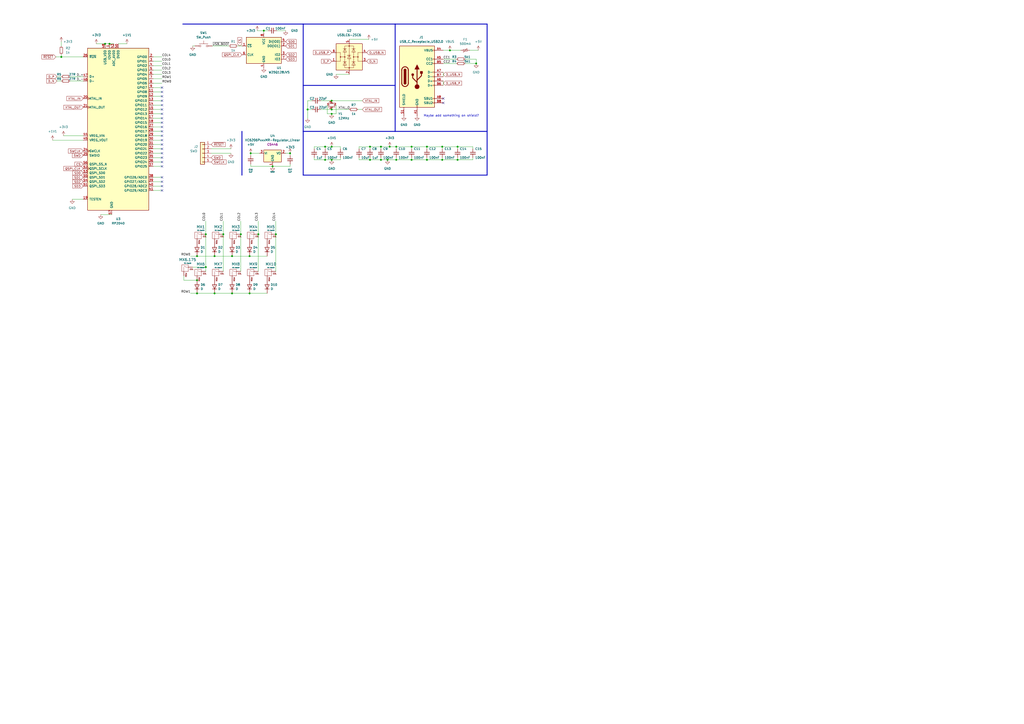
<source format=kicad_sch>
(kicad_sch (version 20230121) (generator eeschema)
  (paper "A2")
  (title_block (title "RP2040 - Design Guide") (date "2021-12-07") (rev "0.1") (company "Sleepdealer"))
  (lib_symbols
    (symbol "Connector:USB_C_Receptacle_USB2.0" (pin_names (offset 1.016))
      (property "Reference" "J" (at -10.16 19.05 0))
      (property "Value" "USB_C_Receptacle_USB2.0" (at 19.05 19.05 0))
      (symbol "USB_C_Receptacle_USB2.0_1_1"
        (pin passive line (at 0 -22.86 90) (length 5.08) (name "GND") (number "A1"))
        (pin passive line (at 0 -22.86 90) (length 5.08) hide (name "GND") (number "A12"))
        (pin passive line (at 15.24 15.24 180) (length 5.08) (name "VBUS") (number "A4"))
        (pin bidirectional line (at 15.24 10.16 180) (length 5.08) (name "CC1") (number "A5"))
        (pin bidirectional line (at 15.24 -2.54 180) (length 5.08) (name "D+") (number "A6"))
        (pin bidirectional line (at 15.24 2.54 180) (length 5.08) (name "D-") (number "A7"))
        (pin bidirectional line (at 15.24 -12.7 180) (length 5.08) (name "SBU1") (number "A8"))
        (pin passive line (at 15.24 15.24 180) (length 5.08) hide (name "VBUS") (number "A9"))
        (pin passive line (at 0 -22.86 90) (length 5.08) hide (name "GND") (number "B1"))
        (pin passive line (at 0 -22.86 90) (length 5.08) hide (name "GND") (number "B12"))
        (pin passive line (at 15.24 15.24 180) (length 5.08) hide (name "VBUS") (number "B4"))
        (pin bidirectional line (at 15.24 7.62 180) (length 5.08) (name "CC2") (number "B5"))
        (pin bidirectional line (at 15.24 -5.08 180) (length 5.08) (name "D+") (number "B6"))
        (pin bidirectional line (at 15.24 0 180) (length 5.08) (name "D-") (number "B7"))
        (pin bidirectional line (at 15.24 -15.24 180) (length 5.08) (name "SBU2") (number "B8"))
        (pin passive line (at 15.24 15.24 180) (length 5.08) hide (name "VBUS") (number "B9"))
        (pin passive line (at -7.62 -22.86 90) (length 5.08) (name "SHIELD") (number "S1"))
      )
    )
    (symbol "Connector_Generic:Conn_01x05" (pin_names (offset 1.016) hide)
      (property "Reference" "J" (at 0 7.62 0))
      (property "Value" "Conn_01x05" (at 0 -7.62 0))
      (symbol "Conn_01x05_1_1"
        (pin passive line (at -5.08 5.08 0) (length 3.81) (name "Pin_1") (number "1"))
        (pin passive line (at -5.08 2.54 0) (length 3.81) (name "Pin_2") (number "2"))
        (pin passive line (at -5.08 0 0) (length 3.81) (name "Pin_3") (number "3"))
        (pin passive line (at -5.08 -2.54 0) (length 3.81) (name "Pin_4") (number "4"))
        (pin passive line (at -5.08 -5.08 0) (length 3.81) (name "Pin_5") (number "5"))
      )
    )
    (symbol "Device:C_Small" (pin_numbers hide) (pin_names (offset 0.254) hide)
      (property "Reference" "C" (at 0.254 1.778 0))
      (property "Value" "C_Small" (at 0.254 -2.032 0))
      (symbol "C_Small_1_1"
        (pin passive line (at 0 2.54 270) (length 2.032) (name "~") (number "1"))
        (pin passive line (at 0 -2.54 90) (length 2.032) (name "~") (number "2"))
      )
    )
    (symbol "Device:Crystal_GND24_Small" (pin_names (offset 1.016) hide)
      (property "Reference" "Y" (at 1.27 4.445 0))
      (property "Value" "Crystal_GND24_Small" (at 1.27 2.54 0))
      (symbol "Crystal_GND24_Small_1_1"
        (pin passive line (at -2.54 0 0) (length 1.27) (name "1") (number "1"))
        (pin passive line (at 0 -2.54 90) (length 0.635) (name "2") (number "2"))
        (pin passive line (at 2.54 0 180) (length 1.27) (name "3") (number "3"))
        (pin passive line (at 0 2.54 270) (length 0.635) (name "4") (number "4"))
      )
    )
    (symbol "Device:D" (pin_numbers hide) (pin_names (offset 1.016) hide)
      (property "Reference" "D" (at 0 2.54 0))
      (property "Value" "D" (at 0 -2.54 0))
      (symbol "D_1_1"
        (pin passive line (at -3.81 0 0) (length 2.54) (name "K") (number "1"))
        (pin passive line (at 3.81 0 180) (length 2.54) (name "A") (number "2"))
      )
    )
    (symbol "Device:Polyfuse_Small" (pin_numbers hide) (pin_names (offset 0))
      (property "Reference" "F" (at -1.905 0 90))
      (property "Value" "Polyfuse_Small" (at 1.905 0 90))
      (symbol "Polyfuse_Small_1_1"
        (pin passive line (at 0 2.54 270) (length 0.635) (name "~") (number "1"))
        (pin passive line (at 0 -2.54 90) (length 0.635) (name "~") (number "2"))
      )
    )
    (symbol "Device:R_Small" (pin_numbers hide) (pin_names (offset 0.254) hide)
      (property "Reference" "R" (at 0.762 0.508 0))
      (property "Value" "R_Small" (at 0.762 -1.016 0))
      (symbol "R_Small_1_1"
        (pin passive line (at 0 2.54 270) (length 0.762) (name "~") (number "1"))
        (pin passive line (at 0 -2.54 90) (length 0.762) (name "~") (number "2"))
      )
    )
    (symbol "MX_Alps_Hybrid:MX-NoLED" (pin_names (offset 1.016))
      (property "Reference" "MX" (at -0.635 3.81 0))
      (property "Value" "MX-NoLED" (at -0.635 1.27 0))
      (symbol "MX-NoLED_0_0"
        (text "COL" (at 3.175 0 0) (effects (font (size 0.762 0.762))))
        (text "ROW" (at 0 -1.905 900) (effects (font (size 0.762 0.762)) (justify right)))
      )
      (symbol "MX-NoLED_1_1"
        (pin passive line (at 3.81 1.27 180) (length 2.54) (name "COL") (number "1"))
        (pin passive line (at -1.27 -3.81 90) (length 2.54) (name "ROW") (number "2"))
      )
    )
    (symbol "Memory_Flash:W25Q128JVS"
      (property "Reference" "U" (at -8.89 8.89 0))
      (property "Value" "W25Q128JVS" (at 7.62 8.89 0))
      (symbol "W25Q128JVS_1_1"
        (pin input line (at -12.7 2.54 0) (length 2.54) (name "~{CS}") (number "1"))
        (pin bidirectional line (at 12.7 2.54 180) (length 2.54) (name "DO(IO1)") (number "2"))
        (pin bidirectional line (at 12.7 -2.54 180) (length 2.54) (name "IO2") (number "3"))
        (pin power_in line (at 0 -10.16 90) (length 2.54) (name "GND") (number "4"))
        (pin bidirectional line (at 12.7 5.08 180) (length 2.54) (name "DI(IO0)") (number "5"))
        (pin input line (at -12.7 -2.54 0) (length 2.54) (name "CLK") (number "6"))
        (pin bidirectional line (at 12.7 -5.08 180) (length 2.54) (name "IO3") (number "7"))
        (pin power_in line (at 0 10.16 270) (length 2.54) (name "VCC") (number "8"))
      )
    )
    (symbol "Power_Protection:USBLC6-2SC6" (pin_names hide)
      (property "Reference" "U" (at 2.54 8.89 0))
      (property "Value" "USBLC6-2SC6" (at 2.54 -8.89 0))
      (symbol "USBLC6-2SC6_1_1"
        (pin passive line (at -10.16 -2.54 0) (length 2.54) (name "I/O1") (number "1"))
        (pin passive line (at 0 -10.16 90) (length 2.54) (name "GND") (number "2"))
        (pin passive line (at 10.16 -2.54 180) (length 2.54) (name "I/O2") (number "3"))
        (pin passive line (at 10.16 2.54 180) (length 2.54) (name "I/O2") (number "4"))
        (pin passive line (at 0 10.16 270) (length 2.54) (name "VBUS") (number "5"))
        (pin passive line (at -10.16 2.54 0) (length 2.54) (name "I/O1") (number "6"))
      )
    )
    (symbol "Sleep-lib:RP2040" (pin_names (offset 1.016))
      (property "Reference" "U" (at 8.89 51.435 0))
      (property "Value" "RP2040" (at 8.89 48.895 0))
      (symbol "RP2040_1_1"
        (pin power_in line (at -5.08 50.8 270) (length 2.54) (name "IOVDD") (number "1"))
        (pin power_in line (at -5.08 50.8 270) (length 2.54) hide (name "IOVDD") (number "10"))
        (pin input line (at 20.32 22.86 180) (length 2.54) (name "GPIO8") (number "11"))
        (pin input line (at 20.32 20.32 180) (length 2.54) (name "GPIO9") (number "12"))
        (pin input line (at 20.32 17.78 180) (length 2.54) (name "GPIO10") (number "13"))
        (pin input line (at 20.32 15.24 180) (length 2.54) (name "GPIO11") (number "14"))
        (pin input line (at 20.32 12.7 180) (length 2.54) (name "GPIO12") (number "15"))
        (pin input line (at 20.32 10.16 180) (length 2.54) (name "GPIO13") (number "16"))
        (pin input line (at 20.32 7.62 180) (length 2.54) (name "GPIO14") (number "17"))
        (pin input line (at 20.32 5.08 180) (length 2.54) (name "GPIO15") (number "18"))
        (pin input line (at -20.32 -39.37 0) (length 2.54) (name "TESTEN") (number "19"))
        (pin input line (at 20.32 43.18 180) (length 2.54) (name "GPIO0") (number "2"))
        (pin input clock (at -20.32 19.05 0) (length 2.54) (name "XTAL_IN") (number "20"))
        (pin input clock (at -20.32 13.97 0) (length 2.54) (name "XTAL_OUT") (number "21"))
        (pin power_in line (at -5.08 50.8 270) (length 2.54) hide (name "IOVDD") (number "22"))
        (pin power_in line (at 0 50.8 270) (length 2.54) hide (name "DVDD") (number "23"))
        (pin input clock (at -20.32 -11.43 0) (length 2.54) (name "SWCLK") (number "24"))
        (pin bidirectional line (at -20.32 -13.97 0) (length 2.54) (name "SWDIO") (number "25"))
        (pin input line (at -20.32 43.18 0) (length 2.54) (name "~{RUN}") (number "26"))
        (pin input line (at 20.32 2.54 180) (length 2.54) (name "GPIO16") (number "27"))
        (pin input line (at 20.32 0 180) (length 2.54) (name "GPIO17") (number "28"))
        (pin input line (at 20.32 -2.54 180) (length 2.54) (name "GPIO18") (number "29"))
        (pin input line (at 20.32 40.64 180) (length 2.54) (name "GPIO1") (number "3"))
        (pin input line (at 20.32 -5.08 180) (length 2.54) (name "GPIO19") (number "30"))
        (pin input line (at 20.32 -7.62 180) (length 2.54) (name "GPIO20") (number "31"))
        (pin input line (at 20.32 -10.16 180) (length 2.54) (name "GPIO21") (number "32"))
        (pin power_in line (at -5.08 50.8 270) (length 2.54) hide (name "IOVDD") (number "33"))
        (pin input line (at 20.32 -12.7 180) (length 2.54) (name "GPIO22") (number "34"))
        (pin input line (at 20.32 -15.24 180) (length 2.54) (name "GPIO23") (number "35"))
        (pin input line (at 20.32 -17.78 180) (length 2.54) (name "GPIO24") (number "36"))
        (pin input line (at 20.32 -20.32 180) (length 2.54) (name "GPIO25") (number "37"))
        (pin input line (at 20.32 -26.67 180) (length 2.54) (name "GPIO26/ADC0") (number "38"))
        (pin input line (at 20.32 -29.21 180) (length 2.54) (name "GPIO27/ADC1") (number "39"))
        (pin input line (at 20.32 38.1 180) (length 2.54) (name "GPIO2") (number "4"))
        (pin input line (at 20.32 -31.75 180) (length 2.54) (name "GPIO28/ADC2") (number "40"))
        (pin input line (at 20.32 -34.29 180) (length 2.54) (name "GPIO29/ADC3") (number "41"))
        (pin power_in line (at -5.08 50.8 270) (length 2.54) hide (name "IOVDD") (number "42"))
        (pin power_in line (at -2.54 50.8 270) (length 2.54) (name "ADC_AVDD") (number "43"))
        (pin power_in line (at -20.32 -2.54 0) (length 2.54) (name "VREG_VIN") (number "44"))
        (pin power_out line (at -20.32 -5.08 0) (length 2.54) (name "VREG_VOUT") (number "45"))
        (pin bidirectional line (at -20.32 29.21 0) (length 2.54) (name "D-") (number "46"))
        (pin bidirectional line (at -20.32 31.75 0) (length 2.54) (name "D+") (number "47"))
        (pin power_in line (at -7.62 50.8 270) (length 2.54) (name "USB_VDD") (number "48"))
        (pin power_in line (at -5.08 50.8 270) (length 2.54) hide (name "IOVDD") (number "49"))
        (pin input line (at 20.32 35.56 180) (length 2.54) (name "GPIO3") (number "5"))
        (pin power_in line (at 0 50.8 270) (length 2.54) (name "DVDD") (number "50"))
        (pin bidirectional line (at -20.32 -31.75 0) (length 2.54) (name "QSPI_SD3") (number "51"))
        (pin input clock (at -20.32 -21.59 0) (length 2.54) (name "QSPI_SCLK") (number "52"))
        (pin bidirectional line (at -20.32 -24.13 0) (length 2.54) (name "QSPI_SD0") (number "53"))
        (pin bidirectional line (at -20.32 -29.21 0) (length 2.54) (name "QSPI_SD2") (number "54"))
        (pin bidirectional line (at -20.32 -26.67 0) (length 2.54) (name "QSPI_SD1") (number "55"))
        (pin bidirectional line (at -20.32 -19.05 0) (length 2.54) (name "QSPI_SS_N") (number "56"))
        (pin power_in line (at -3.81 -48.26 90) (length 2.54) (name "GND") (number "57"))
        (pin input line (at 20.32 33.02 180) (length 2.54) (name "GPIO4") (number "6"))
        (pin input line (at 20.32 30.48 180) (length 2.54) (name "GPIO5") (number "7"))
        (pin input line (at 20.32 27.94 180) (length 2.54) (name "GPIO6") (number "8"))
        (pin input line (at 20.32 25.4 180) (length 2.54) (name "GPIO7") (number "9"))
      )
    )
    (symbol "Switch:SW_Push" (pin_numbers hide) (pin_names (offset 1.016) hide)
      (property "Reference" "SW" (at 1.27 2.54 0))
      (property "Value" "SW_Push" (at 0 -1.524 0))
      (symbol "SW_Push_0_1"
        (pin passive line (at -5.08 0 0) (length 2.54) (name "1") (number "1"))
        (pin passive line (at 5.08 0 180) (length 2.54) (name "2") (number "2"))
      )
    )
    (symbol "kicad-keyboard-parts:XC6206PxxxMR-Regulator_Linear" (pin_names (offset 0.254))
      (property "Reference" "U" (at -3.81 3.175 0))
      (property "Value" "XC6206PxxxMR-Regulator_Linear" (at 0 3.175 0))
      (property "LCSC" "C5446" (at 0 0 0))
      (symbol "XC6206PxxxMR-Regulator_Linear_1_1"
        (pin power_in line (at 0 -7.62 90) (length 2.54) (name "GND") (number "1"))
        (pin power_out line (at 7.62 0 180) (length 2.54) (name "VO") (number "2"))
        (pin power_in line (at -7.62 0 0) (length 2.54) (name "VI") (number "3"))
      )
    )
    (symbol "power:+1V1" (power) (pin_names (offset 0))
      (property "Value" "+1V1" (at 0 3.556 0))
      (symbol "+1V1_1_1"
        (pin power_in line (at 0 0 90) (length 0) hide (name "+1V1") (number "1"))
      )
    )
    (symbol "power:+3.3V" (power) (pin_names (offset 0))
      (property "Value" "+3.3V" (at 0 3.556 0))
      (symbol "+3.3V_1_1"
        (pin power_in line (at 0 0 90) (length 0) hide (name "+3V3") (number "1"))
      )
    )
    (symbol "power:+3V3" (power) (pin_names (offset 0))
      (property "Value" "+3V3" (at 0 3.556 0))
      (symbol "+3V3_1_1"
        (pin power_in line (at 0 0 90) (length 0) hide (name "+3V3") (number "1"))
      )
    )
    (symbol "power:+5V" (power) (pin_names (offset 0))
      (property "Value" "+5V" (at 0 3.556 0))
      (symbol "+5V_1_1"
        (pin power_in line (at 0 0 90) (length 0) hide (name "+5V") (number "1"))
      )
    )
    (symbol "power:GND" (power) (pin_names (offset 0))
      (property "Value" "GND" (at 0 -3.81 0))
      (symbol "GND_1_1"
        (pin power_in line (at 0 0 270) (length 0) hide (name "GND") (number "1"))
      )
    )
    (symbol "power:VBUS" (power) (pin_names (offset 0))
      (property "Value" "VBUS" (at 0 3.81 0))
      (symbol "VBUS_1_1"
        (pin power_in line (at 0 0 90) (length 0) hide (name "VBUS") (number "1"))
      )
    )
  )
  (junction (at 160.02 135.89))
  (junction (at 192.405 66.04))
  (junction (at 124.46 170.18))
  (junction (at 192.405 63.5))
  (junction (at 63.5 25.4))
  (junction (at 224.79 92.71))
  (junction (at 220.98 92.71))
  (junction (at 149.86 135.89))
  (junction (at 238.76 92.71))
  (junction (at 238.76 85.09))
  (junction (at 134.62 148.59))
  (junction (at 247.65 92.71))
  (junction (at 35.56 33.02))
  (junction (at 256.54 85.09))
  (junction (at 247.65 85.09))
  (junction (at 256.54 92.71))
  (junction (at 153.035 17.78))
  (junction (at 144.78 148.59))
  (junction (at 119.38 154.94))
  (junction (at 214.63 85.09))
  (junction (at 276.225 36.83))
  (junction (at 119.38 135.89))
  (junction (at 220.98 85.09))
  (junction (at 188.595 85.09))
  (junction (at 178.435 63.5))
  (junction (at 168.275 88.9) (diameter 0.9144))
  (junction (at 114.3 148.59))
  (junction (at 226.06 85.09))
  (junction (at 260.985 29.21))
  (junction (at 214.63 92.71))
  (junction (at 139.7 135.89))
  (junction (at 144.78 170.18))
  (junction (at 114.3 170.18))
  (junction (at 229.87 85.09))
  (junction (at 114.3 162.56))
  (junction (at 60.96 25.4))
  (junction (at 229.87 92.71))
  (junction (at 124.46 148.59))
  (junction (at 265.43 92.71))
  (junction (at 188.595 92.71))
  (junction (at 158.115 96.52) (diameter 0.9144))
  (junction (at 265.43 85.09))
  (junction (at 192.405 85.09))
  (junction (at 192.405 58.42))
  (junction (at 129.54 135.89))
  (junction (at 134.62 170.18))
  (junction (at 192.405 92.71))
  (junction (at 145.415 88.9) (diameter 0.9144))
  (no_connect (at 93.98 60.96))
  (no_connect (at 93.98 88.9))
  (no_connect (at 93.98 71.12))
  (no_connect (at 93.98 83.82))
  (no_connect (at 93.98 93.98))
  (no_connect (at 93.98 110.49))
  (no_connect (at 93.98 86.36))
  (no_connect (at 93.98 50.8))
  (no_connect (at 93.98 81.28))
  (no_connect (at 93.98 107.95))
  (no_connect (at 93.98 78.74))
  (no_connect (at 257.175 59.69))
  (no_connect (at 257.175 57.15))
  (no_connect (at 93.98 58.42))
  (no_connect (at 93.98 105.41))
  (no_connect (at 93.98 91.44))
  (no_connect (at 93.98 53.34))
  (no_connect (at 93.98 66.04))
  (no_connect (at 93.98 73.66))
  (no_connect (at 93.98 63.5))
  (no_connect (at 93.98 55.88))
  (no_connect (at 93.98 76.2))
  (no_connect (at 93.98 68.58))
  (no_connect (at 93.98 96.52))
  (no_connect (at 93.98 102.87))
  (wire (pts (xy 93.98 83.82) (xy 88.9 83.82)))
  (wire (pts (xy 229.87 85.09) (xy 238.76 85.09)))
  (wire (pts (xy 238.76 85.09) (xy 238.76 86.36)))
  (wire (pts (xy 33.02 46.99) (xy 35.56 46.99)))
  (polyline (pts (xy 175.895 13.97) (xy 229.235 13.97)) (stroke (width 0.5) (type solid)))
  (wire (pts (xy 88.9 81.28) (xy 93.98 81.28)))
  (wire (pts (xy 186.055 63.5) (xy 192.405 63.5)))
  (wire (pts (xy 192.405 63.5) (xy 202.565 63.5)))
  (wire (pts (xy 207.645 63.5) (xy 210.185 63.5)))
  (wire (pts (xy 214.63 91.44) (xy 214.63 92.71)))
  (wire (pts (xy 129.54 135.89) (xy 129.54 157.48)))
  (wire (pts (xy 106.68 160.02) (xy 106.68 162.56)))
  (wire (pts (xy 256.54 85.09) (xy 265.43 85.09)))
  (wire (pts (xy 265.43 85.09) (xy 265.43 86.36)))
  (wire (pts (xy 247.65 85.09) (xy 256.54 85.09)))
  (wire (pts (xy 238.76 85.09) (xy 247.65 85.09)))
  (wire (pts (xy 88.9 50.8) (xy 93.98 50.8)))
  (wire (pts (xy 114.3 170.18) (xy 124.46 170.18)))
  (wire (pts (xy 178.435 63.5) (xy 178.435 68.58)))
  (wire (pts (xy 160.02 128.27) (xy 160.02 135.89)))
  (wire (pts (xy 144.78 148.59) (xy 154.94 148.59)))
  (wire (pts (xy 272.415 29.21) (xy 277.495 29.21)))
  (wire (pts (xy 93.98 107.95) (xy 88.9 107.95)))
  (wire (pts (xy 93.98 88.9) (xy 88.9 88.9)))
  (wire (pts (xy 145.415 88.9) (xy 150.495 88.9)))
  (wire (pts (xy 40.64 44.45) (xy 48.26 44.45)))
  (wire (pts (xy 257.175 34.29) (xy 264.795 34.29)))
  (wire (pts (xy 145.415 95.25) (xy 145.415 96.52)))
  (wire (pts (xy 189.865 60.96) (xy 189.865 66.04)))
  (wire (pts (xy 189.865 66.04) (xy 192.405 66.04)))
  (wire (pts (xy 133.985 88.9) (xy 122.555 88.9)))
  (wire (pts (xy 68.58 25.4) (xy 73.66 25.4)))
  (wire (pts (xy 93.98 110.49) (xy 88.9 110.49)))
  (wire (pts (xy 188.595 91.44) (xy 188.595 92.71)))
  (wire (pts (xy 33.02 44.45) (xy 35.56 44.45)))
  (wire (pts (xy 122.555 86.36) (xy 133.985 86.36)))
  (polyline (pts (xy 282.575 101.6) (xy 282.575 76.2)) (stroke (width 0.5) (type solid)))
  (wire (pts (xy 60.96 25.4) (xy 63.5 25.4)))
  (wire (pts (xy 55.88 25.4) (xy 60.96 25.4)))
  (wire (pts (xy 63.5 25.4) (xy 66.04 25.4)))
  (wire (pts (xy 208.28 85.09) (xy 214.63 85.09)))
  (wire (pts (xy 194.945 66.04) (xy 192.405 66.04)))
  (wire (pts (xy 194.945 60.96) (xy 194.945 66.04)))
  (wire (pts (xy 111.76 154.94) (xy 119.38 154.94)))
  (polyline (pts (xy 175.895 49.53) (xy 229.235 49.53)) (stroke (width 0.5) (type solid)))
  (wire (pts (xy 88.9 66.04) (xy 93.98 66.04)))
  (wire (pts (xy 178.435 63.5) (xy 180.975 63.5)))
  (wire (pts (xy 180.975 58.42) (xy 178.435 58.42)))
  (wire (pts (xy 178.435 58.42) (xy 178.435 63.5)))
  (wire (pts (xy 269.875 34.29) (xy 276.225 34.29)))
  (wire (pts (xy 276.225 34.29) (xy 276.225 36.83)))
  (wire (pts (xy 88.9 38.1) (xy 93.98 38.1)))
  (wire (pts (xy 214.63 85.09) (xy 214.63 86.36)))
  (wire (pts (xy 58.42 124.46) (xy 64.77 124.46)))
  (wire (pts (xy 36.83 78.74) (xy 48.26 78.74)))
  (wire (pts (xy 88.9 43.18) (xy 93.98 43.18)))
  (wire (pts (xy 158.115 96.52) (xy 145.415 96.52)))
  (wire (pts (xy 129.54 128.27) (xy 129.54 135.89)))
  (wire (pts (xy 88.9 73.66) (xy 93.98 73.66)))
  (wire (pts (xy 41.91 115.57) (xy 48.26 115.57)))
  (wire (pts (xy 134.62 170.18) (xy 144.78 170.18)))
  (wire (pts (xy 229.87 92.71) (xy 238.76 92.71)))
  (wire (pts (xy 238.76 92.71) (xy 238.76 91.44)))
  (wire (pts (xy 149.225 17.78) (xy 153.035 17.78)))
  (wire (pts (xy 160.655 17.78) (xy 165.735 17.78)))
  (wire (pts (xy 110.49 170.18) (xy 114.3 170.18)))
  (wire (pts (xy 247.65 85.09) (xy 247.65 86.36)))
  (wire (pts (xy 93.98 91.44) (xy 88.9 91.44)))
  (wire (pts (xy 88.9 78.74) (xy 93.98 78.74)))
  (wire (pts (xy 111.76 26.67) (xy 113.03 26.67)))
  (wire (pts (xy 247.65 91.44) (xy 247.65 92.71)))
  (polyline (pts (xy 140.335 101.6) (xy 140.335 76.2)) (stroke (width 0.5) (type solid)))
  (wire (pts (xy 220.98 91.44) (xy 220.98 92.71)))
  (polyline (pts (xy 175.895 101.6) (xy 175.895 76.2)) (stroke (width 0.5) (type solid)))
  (wire (pts (xy 88.9 63.5) (xy 93.98 63.5)))
  (wire (pts (xy 192.405 92.71) (xy 197.485 92.71)))
  (wire (pts (xy 197.485 92.71) (xy 197.485 91.44)))
  (wire (pts (xy 265.43 85.09) (xy 274.32 85.09)))
  (wire (pts (xy 274.32 85.09) (xy 274.32 86.36)))
  (wire (pts (xy 139.7 128.27) (xy 139.7 135.89)))
  (wire (pts (xy 106.68 162.56) (xy 114.3 162.56)))
  (wire (pts (xy 88.9 33.02) (xy 93.98 33.02)))
  (wire (pts (xy 93.98 102.87) (xy 88.9 102.87)))
  (wire (pts (xy 134.62 148.59) (xy 144.78 148.59)))
  (wire (pts (xy 88.9 40.64) (xy 93.98 40.64)))
  (wire (pts (xy 168.275 88.9) (xy 168.275 90.17)))
  (wire (pts (xy 220.98 85.09) (xy 214.63 85.09)))
  (wire (pts (xy 220.98 85.09) (xy 220.98 86.36)))
  (wire (pts (xy 214.63 92.71) (xy 220.98 92.71)))
  (wire (pts (xy 229.87 92.71) (xy 229.87 91.44)))
  (wire (pts (xy 110.49 148.59) (xy 114.3 148.59)))
  (wire (pts (xy 256.54 85.09) (xy 256.54 86.36)))
  (wire (pts (xy 229.87 85.09) (xy 229.87 86.36)))
  (wire (pts (xy 153.035 17.78) (xy 153.035 19.05)))
  (wire (pts (xy 256.54 92.71) (xy 265.43 92.71)))
  (wire (pts (xy 247.65 92.71) (xy 256.54 92.71)))
  (wire (pts (xy 265.43 92.71) (xy 265.43 91.44)))
  (wire (pts (xy 238.76 92.71) (xy 247.65 92.71)))
  (wire (pts (xy 88.9 48.26) (xy 93.98 48.26)))
  (wire (pts (xy 257.175 41.91) (xy 257.175 44.45)))
  (wire (pts (xy 35.56 31.75) (xy 35.56 33.02)))
  (wire (pts (xy 192.405 85.09) (xy 197.485 85.09)))
  (wire (pts (xy 197.485 85.09) (xy 197.485 86.36)))
  (wire (pts (xy 124.46 170.18) (xy 134.62 170.18)))
  (wire (pts (xy 149.86 128.27) (xy 149.86 135.89)))
  (wire (pts (xy 114.3 148.59) (xy 124.46 148.59)))
  (wire (pts (xy 256.54 91.44) (xy 256.54 92.71)))
  (polyline (pts (xy 175.895 76.2) (xy 229.235 76.2)) (stroke (width 0.5) (type solid)))
  (wire (pts (xy 182.245 92.71) (xy 188.595 92.71)))
  (wire (pts (xy 182.245 91.44) (xy 182.245 92.71)))
  (wire (pts (xy 188.595 85.09) (xy 188.595 86.36)))
  (wire (pts (xy 48.26 81.28) (xy 30.48 81.28)))
  (wire (pts (xy 208.28 91.44) (xy 208.28 92.71)))
  (wire (pts (xy 208.28 92.71) (xy 214.63 92.71)))
  (wire (pts (xy 93.98 105.41) (xy 88.9 105.41)))
  (wire (pts (xy 119.38 154.94) (xy 119.38 157.48)))
  (wire (pts (xy 119.38 135.89) (xy 119.38 154.94)))
  (wire (pts (xy 88.9 76.2) (xy 93.98 76.2)))
  (wire (pts (xy 168.275 95.25) (xy 168.275 96.52)))
  (wire (pts (xy 158.115 96.52) (xy 168.275 96.52)))
  (wire (pts (xy 88.9 68.58) (xy 93.98 68.58)))
  (wire (pts (xy 194.945 43.18) (xy 202.565 43.18)))
  (wire (pts (xy 257.175 46.99) (xy 257.175 49.53)))
  (wire (pts (xy 220.98 92.71) (xy 224.79 92.71)))
  (wire (pts (xy 88.9 45.72) (xy 93.98 45.72)))
  (wire (pts (xy 274.32 92.71) (xy 274.32 91.44)))
  (wire (pts (xy 265.43 92.71) (xy 274.32 92.71)))
  (wire (pts (xy 257.175 29.21) (xy 260.985 29.21)))
  (wire (pts (xy 260.985 29.21) (xy 267.335 29.21)))
  (wire (pts (xy 88.9 71.12) (xy 93.98 71.12)))
  (polyline (pts (xy 229.235 13.97) (xy 229.235 76.2)) (stroke (width 0.5) (type solid)))
  (polyline (pts (xy 229.235 76.2) (xy 282.575 76.2)) (stroke (width 0.5) (type solid)))
  (polyline (pts (xy 229.235 13.97) (xy 282.575 13.97)) (stroke (width 0.5) (type solid)))
  (polyline (pts (xy 282.575 76.2) (xy 282.575 13.97)) (stroke (width 0.5) (type solid)))
  (wire (pts (xy 32.385 33.02) (xy 35.56 33.02)))
  (wire (pts (xy 35.56 33.02) (xy 48.26 33.02)))
  (wire (pts (xy 123.19 26.67) (xy 132.715 26.67)))
  (wire (pts (xy 137.795 26.67) (xy 140.335 26.67)))
  (wire (pts (xy 257.175 36.83) (xy 264.795 36.83)))
  (polyline (pts (xy 175.895 76.2) (xy 175.895 13.97)) (stroke (width 0.5) (type solid)))
  (polyline (pts (xy 175.895 101.6) (xy 282.575 101.6)) (stroke (width 0.5) (type solid)))
  (wire (pts (xy 153.035 17.78) (xy 155.575 17.78)))
  (polyline (pts (xy 106.045 13.97) (xy 175.895 13.97)) (stroke (width 0.5) (type solid)))
  (wire (pts (xy 269.875 36.83) (xy 276.225 36.83)))
  (wire (pts (xy 93.98 86.36) (xy 88.9 86.36)))
  (wire (pts (xy 145.415 88.9) (xy 145.415 90.17)))
  (wire (pts (xy 165.735 88.9) (xy 168.275 88.9)))
  (wire (pts (xy 139.7 135.89) (xy 139.7 157.48)))
  (wire (pts (xy 186.055 58.42) (xy 192.405 58.42)))
  (wire (pts (xy 88.9 58.42) (xy 93.98 58.42)))
  (wire (pts (xy 188.595 92.71) (xy 192.405 92.71)))
  (wire (pts (xy 124.46 148.59) (xy 134.62 148.59)))
  (wire (pts (xy 119.38 128.27) (xy 119.38 135.89)))
  (wire (pts (xy 188.595 85.09) (xy 182.245 85.09)))
  (wire (pts (xy 192.405 85.09) (xy 188.595 85.09)))
  (wire (pts (xy 182.245 85.09) (xy 182.245 86.36)))
  (wire (pts (xy 88.9 35.56) (xy 93.98 35.56)))
  (wire (pts (xy 93.98 96.52) (xy 88.9 96.52)))
  (wire (pts (xy 144.78 170.18) (xy 154.94 170.18)))
  (wire (pts (xy 149.86 135.89) (xy 149.86 157.48)))
  (wire (pts (xy 160.02 135.89) (xy 160.02 157.48)))
  (wire (pts (xy 208.28 86.36) (xy 208.28 85.09)))
  (wire (pts (xy 88.9 60.96) (xy 93.98 60.96)))
  (wire (pts (xy 220.98 85.09) (xy 226.06 85.09)))
  (wire (pts (xy 226.06 85.09) (xy 229.87 85.09)))
  (wire (pts (xy 88.9 55.88) (xy 93.98 55.88)))
  (wire (pts (xy 93.98 93.98) (xy 88.9 93.98)))
  (wire (pts (xy 224.79 92.71) (xy 229.87 92.71)))
  (wire (pts (xy 40.64 46.99) (xy 48.26 46.99)))
  (wire (pts (xy 192.405 58.42) (xy 210.185 58.42)))
  (wire (pts (xy 202.565 22.86) (xy 213.995 22.86)))
  (wire (pts (xy 88.9 53.34) (xy 93.98 53.34)))
  (wire (pts (xy 35.56 24.13) (xy 35.56 26.67)))
  (text "Maybe add something on shield?" (at 245.745 67.945 0) (effects (font (size 1.27 1.27)) (justify left bottom)))
  (label "COL3" (at 93.98 43.18 0))
  (label "CC1" (at 257.175 34.29 0))
  (label "COL4" (at 160.02 128.27 90))
  (label "COL2" (at 139.7 128.27 90))
  (label "COL2" (at 93.98 40.64 0))
  (label "COL0" (at 93.98 35.56 0))
  (label "ROW0" (at 110.49 148.59 180))
  (label "XTAL_O" (at 196.215 63.5 0))
  (label "COL1" (at 93.98 38.1 0))
  (label "D_-" (at 44.45 46.99 0))
  (label "CC2" (at 257.175 36.83 0))
  (label "D_+" (at 44.45 44.45 0))
  (label "~{USB_BOOT}" (at 123.19 26.67 0))
  (label "COL4" (at 93.98 33.02 0))
  (label "COL3" (at 149.86 128.27 90))
  (label "ROW1" (at 110.49 170.18 180))
  (label "ROW0" (at 93.98 48.26 0))
  (label "COL0" (at 119.38 128.27 90))
  (label "COL1" (at 129.54 128.27 90))
  (label "ROW1" (at 93.98 45.72 0))
  (global_label "SWCLK" (shape input) (at 48.26 87.63 180) (property "Intersheetrefs" "${INTERSHEET_REFS}" (effects hide)))
  (global_label "QSPI_CLK" (shape input) (at 140.335 31.75 180) (property "Intersheetrefs" "${INTERSHEET_REFS}" (effects hide)))
  (global_label "SD0" (shape input) (at 48.26 100.33 180) (property "Intersheetrefs" "${INTERSHEET_REFS}" (effects hide)))
  (global_label "XTAL_IN" (shape input) (at 48.26 57.15 180) (property "Intersheetrefs" "${INTERSHEET_REFS}" (effects hide)))
  (global_label "D_P" (shape input) (at 33.02 44.45 180) (property "Intersheetrefs" "${INTERSHEET_REFS}" (effects hide)))
  (global_label "SWCLK" (shape input) (at 122.555 93.98 0) (property "Intersheetrefs" "${INTERSHEET_REFS}" (effects hide)))
  (global_label "D_N" (shape input) (at 33.02 46.99 180) (property "Intersheetrefs" "${INTERSHEET_REFS}" (effects hide)))
  (global_label "D_USB_N" (shape input) (at 212.725 30.48 0) (property "Intersheetrefs" "${INTERSHEET_REFS}" (effects hide)))
  (global_label "XTAL_IN" (shape input) (at 210.185 58.42 0) (property "Intersheetrefs" "${INTERSHEET_REFS}" (effects hide)))
  (global_label "XTAL_OUT" (shape input) (at 48.26 62.23 180) (property "Intersheetrefs" "${INTERSHEET_REFS}" (effects hide)))
  (global_label "D_USB_P" (shape input) (at 257.175 48.26 0) (property "Intersheetrefs" "${INTERSHEET_REFS}" (effects hide)))
  (global_label "SD1" (shape input) (at 48.26 102.87 180) (property "Intersheetrefs" "${INTERSHEET_REFS}" (effects hide)))
  (global_label "XTAL_OUT" (shape input) (at 210.185 63.5 0) (property "Intersheetrefs" "${INTERSHEET_REFS}" (effects hide)))
  (global_label "CS" (shape input) (at 139.065 26.67 90) (property "Intersheetrefs" "${INTERSHEET_REFS}" (effects hide)))
  (global_label "D_N" (shape input) (at 212.725 35.56 0) (property "Intersheetrefs" "${INTERSHEET_REFS}" (effects hide)))
  (global_label "D_P" (shape input) (at 192.405 35.56 180) (property "Intersheetrefs" "${INTERSHEET_REFS}" (effects hide)))
  (global_label "CS" (shape input) (at 48.26 95.25 180) (property "Intersheetrefs" "${INTERSHEET_REFS}" (effects hide)))
  (global_label "SWD" (shape input) (at 48.26 90.17 180) (property "Intersheetrefs" "${INTERSHEET_REFS}" (effects hide)))
  (global_label "SD1" (shape input) (at 165.735 26.67 0) (property "Intersheetrefs" "${INTERSHEET_REFS}" (effects hide)))
  (global_label "SD3" (shape input) (at 48.26 107.95 180) (property "Intersheetrefs" "${INTERSHEET_REFS}" (effects hide)))
  (global_label "~{RESET}" (shape input) (at 122.555 83.82 0) (property "Intersheetrefs" "${INTERSHEET_REFS}" (effects hide)))
  (global_label "D_USB_P" (shape input) (at 192.405 30.48 180) (property "Intersheetrefs" "${INTERSHEET_REFS}" (effects hide)))
  (global_label "D_USB_N" (shape input) (at 257.175 43.18 0) (property "Intersheetrefs" "${INTERSHEET_REFS}" (effects hide)))
  (global_label "QSPI_CLK" (shape input) (at 48.26 97.79 180) (property "Intersheetrefs" "${INTERSHEET_REFS}" (effects hide)))
  (global_label "SD2" (shape input) (at 48.26 105.41 180) (property "Intersheetrefs" "${INTERSHEET_REFS}" (effects hide)))
  (global_label "SD2" (shape input) (at 165.735 31.75 0) (property "Intersheetrefs" "${INTERSHEET_REFS}" (effects hide)))
  (global_label "SD3" (shape input) (at 165.735 34.29 0) (property "Intersheetrefs" "${INTERSHEET_REFS}" (effects hide)))
  (global_label "SWD" (shape input) (at 122.555 91.44 0) (property "Intersheetrefs" "${INTERSHEET_REFS}" (effects hide)))
  (global_label "SD0" (shape input) (at 165.735 24.13 0) (property "Intersheetrefs" "${INTERSHEET_REFS}" (effects hide)))
  (global_label "~{RESET}" (shape input) (at 32.385 33.02 180) (property "Intersheetrefs" "${INTERSHEET_REFS}" (effects hide)))
  (symbol (lib_id "Device:R_Small") (at 267.335 36.83 90) (unit 1)
    (property "Reference" "R4" (at 263.525 35.56 90))
    (property "Value" "5k1" (at 271.145 35.56 90))
    (property "Footprint" "Resistor_SMD:R_0402_1005Metric" (effects hide))
    (property "LCSC" "C25905" (effects hide))
  )
  (symbol (lib_id "Device:D") (at 124.46 144.78 90) (unit 1)
    (property "Reference" "D2" (at 126.492 143.5679 90) (effects (justify right)))
    (property "Value" "D" (at 126.492 145.9921 90) (effects (justify right)))
    (property "Sim.Device" "D" (effects hide))
    (property "Sim.Pins" "1=K 2=A" (effects hide))
    (property "LCSC" "C81598" (effects hide))
  )
  (symbol (lib_id "power:VBUS") (at 260.985 29.21 0) (unit 1)
    (property "Reference" "#PWR08" (effects hide))
    (property "Value" "VBUS" (at 260.985 24.13 0))
  )
  (symbol (lib_id "Device:C_Small") (at 247.65 88.9 0) (unit 1)
    (property "Reference" "C12" (at 248.92 86.3599 0) (effects (justify left)))
    (property "Value" "100nF" (at 248.92 91.4399 0) (effects (justify left)))
    (property "Footprint" "Capacitor_SMD:C_0402_1005Metric" (effects hide))
    (property "LCSC" "C1525" (effects hide))
  )
  (symbol (lib_id "power:GND") (at 234.315 67.31 0) (unit 1)
    (property "Reference" "#PWR014" (effects hide))
    (property "Value" "GND" (at 234.315 72.39 0))
  )
  (symbol (lib_id "power:+3V3") (at 149.225 17.78 0) (unit 1)
    (property "Reference" "#PWR01" (effects hide))
    (property "Value" "+3V3" (at 145.415 17.78 0))
  )
  (symbol (lib_id "Sleep-lib:RP2040") (at 68.58 76.2 0) (unit 1)
    (property "Reference" "U3" (at 68.58 127 0))
    (property "Value" "RP2040" (at 68.58 129.54 0))
    (property "Footprint" "Sleep-Lib:RP2040-QFN-56" (effects hide))
    (property "Datasheet" "https://datasheets.raspberrypi.com/rp2040/rp2040-datasheet.pdf" (effects hide))
    (property "LCSC" "C2040" (effects hide))
  )
  (symbol (lib_id "Device:D") (at 114.3 166.37 90) (unit 1)
    (property "Reference" "D6" (at 116.332 165.1579 90) (effects (justify right)))
    (property "Value" "D" (at 116.332 167.5821 90) (effects (justify right)))
    (property "Sim.Device" "D" (effects hide))
    (property "Sim.Pins" "1=K 2=A" (effects hide))
    (property "LCSC" "C81598" (effects hide))
  )
  (symbol (lib_id "Device:Polyfuse_Small") (at 269.875 29.21 90) (unit 1)
    (property "Reference" "F1" (at 269.875 22.86 90))
    (property "Value" "500mA" (at 269.875 25.4 90))
    (property "Footprint" "Fuse:Fuse_1206_3216Metric" (effects hide))
    (property "LCSC" "C70076" (effects hide))
  )
  (symbol (lib_id "power:+5V") (at 277.495 29.21 0) (unit 1)
    (property "Reference" "#PWR09" (effects hide))
    (property "Value" "+5V" (at 277.495 24.13 0))
  )
  (symbol (lib_id "power:GND") (at 224.79 92.71 0) (unit 1)
    (property "Reference" "#PWR026" (effects hide))
    (property "Value" "GND" (at 224.79 97.79 0))
  )
  (symbol (lib_id "Device:C_Small") (at 208.28 88.9 0) (unit 1)
    (property "Reference" "C7" (at 209.55 86.3599 0) (effects (justify left)))
    (property "Value" "10uF" (at 209.55 91.4399 0) (effects (justify left)))
    (property "Footprint" "Capacitor_SMD:C_0402_1005Metric" (effects hide))
    (property "LCSC" "C15525" (effects hide))
  )
  (symbol (lib_id "power:+3V3") (at 133.985 86.36 0) (unit 1)
    (property "Reference" "#PWR021" (effects hide))
    (property "Value" "+3V3" (at 133.985 81.28 0))
  )
  (symbol (lib_id "Device:D") (at 154.94 144.78 90) (unit 1)
    (property "Reference" "D5" (at 156.972 143.5679 90) (effects (justify right)))
    (property "Value" "D" (at 156.972 145.9921 90) (effects (justify right)))
    (property "Sim.Device" "D" (effects hide))
    (property "Sim.Pins" "1=K 2=A" (effects hide))
    (property "LCSC" "C81598" (effects hide))
  )
  (symbol (lib_id "power:GND") (at 192.405 66.04 0) (unit 1)
    (property "Reference" "#PWR013" (effects hide))
    (property "Value" "GND" (at 192.405 71.12 0))
  )
  (symbol (lib_id "MX_Alps_Hybrid:MX-NoLED") (at 156.21 158.75 0) (unit 1)
    (property "Reference" "MX10" (at 157.1052 153.2144 0) (effects (font (size 1.524 1.524))))
    (property "Value" "MX-NoLED" (at 157.1052 155.2299 0) (effects (font (size 0.508 0.508))))
  )
  (symbol (lib_id "MX_Alps_Hybrid:MX-NoLED") (at 107.95 156.21 0) (unit 1)
    (property "Reference" "MX6.175" (at 108.8452 150.6744 0) (effects (font (size 1.524 1.524))))
    (property "Value" "MX-NoLED" (at 108.8452 152.6899 0) (effects (font (size 0.508 0.508))))
  )
  (symbol (lib_id "Device:C_Small") (at 274.32 88.9 0) (unit 1)
    (property "Reference" "C15" (at 275.59 86.3599 0) (effects (justify left)))
    (property "Value" "100nF" (at 275.59 91.4399 0) (effects (justify left)))
    (property "Footprint" "Capacitor_SMD:C_0402_1005Metric" (effects hide))
    (property "LCSC" "C1525" (effects hide))
  )
  (symbol (lib_id "power:GND") (at 58.42 124.46 0) (unit 1)
    (property "Reference" "#PWR032" (effects hide))
    (property "Value" "GND" (at 58.42 129.54 0))
  )
  (symbol (lib_id "power:GND") (at 153.035 39.37 0) (unit 1)
    (property "Reference" "#PWR011" (effects hide))
    (property "Value" "GND" (at 153.035 44.45 0))
  )
  (symbol (lib_id "Switch:SW_Push") (at 118.11 26.67 0) (unit 1) (in_bom no)
    (property "Reference" "SW1" (at 118.11 19.05 0))
    (property "Value" "SW_Push" (at 118.11 21.59 0))
    (property "Footprint" "Connector_PinSocket_2.54mm:PinSocket_1x02_P2.54mm_Vertical" (effects hide))
  )
  (symbol (lib_id "Device:C_Small") (at 182.245 88.9 0) (unit 1)
    (property "Reference" "C4" (at 183.515 86.3599 0) (effects (justify left)))
    (property "Value" "1uF" (at 183.515 91.4399 0) (effects (justify left)))
    (property "Footprint" "Capacitor_SMD:C_0402_1005Metric" (effects hide))
    (property "LCSC" "C52923" (effects hide))
  )
  (symbol (lib_id "power:+3V3") (at 36.83 78.74 0) (unit 1)
    (property "Reference" "#PWR017" (effects hide))
    (property "Value" "+3V3" (at 36.83 73.66 0))
  )
  (symbol (lib_id "power:GND") (at 158.115 96.52 0) (unit 1)
    (property "Reference" "#PWR027" (effects hide))
    (property "Value" "GND" (at 158.115 99.695 0) (effects (font (size 0.762 0.762))))
  )
  (symbol (lib_id "Device:C_Small") (at 158.115 17.78 90) (unit 1)
    (property "Reference" "C1" (at 156.8449 16.51 90) (effects (justify left)))
    (property "Value" "100nF" (at 165.7349 16.51 90) (effects (justify left)))
    (property "Footprint" "Capacitor_SMD:C_0402_1005Metric" (effects hide))
    (property "LCSC" "C1525" (effects hide))
  )
  (symbol (lib_id "MX_Alps_Hybrid:MX-NoLED") (at 135.89 137.16 0) (unit 1)
    (property "Reference" "MX3" (at 136.7852 131.6244 0) (effects (font (size 1.524 1.524))))
    (property "Value" "MX-NoLED" (at 136.7852 133.6399 0) (effects (font (size 0.508 0.508))))
  )
  (symbol (lib_id "Device:R_Small") (at 35.56 29.21 0) (unit 1)
    (property "Reference" "R2" (at 38.1 27.9399 0) (effects (justify left)))
    (property "Value" "1k" (at 38.1 30.4799 0) (effects (justify left)))
    (property "Footprint" "Resistor_SMD:R_0402_1005Metric" (effects hide))
    (property "LCSC" "C11702" (effects hide))
  )
  (symbol (lib_id "Device:C_Small") (at 183.515 63.5 90) (unit 1)
    (property "Reference" "C3" (at 180.975 62.23 90))
    (property "Value" "22pF" (at 187.325 62.23 90))
    (property "Footprint" "Capacitor_SMD:C_0402_1005Metric" (effects hide))
    (property "LCSC" "C1555" (effects hide))
  )
  (symbol (lib_id "Power_Protection:USBLC6-2SC6") (at 202.565 33.02 0) (unit 1)
    (property "Reference" "U2" (at 202.565 17.78 0))
    (property "Value" "USBLC6-2SC6" (at 202.565 20.32 0))
    (property "Footprint" "Package_TO_SOT_SMD:SOT-23-6" (effects hide))
    (property "Datasheet" "https://www.st.com/resource/en/datasheet/usblc6-2.pdf" (effects hide))
    (property "LCSC" "C2827654" (effects hide))
  )
  (symbol (lib_id "power:+3V3") (at 35.56 24.13 0) (unit 1)
    (property "Reference" "#PWR04" (effects hide))
    (property "Value" "+3V3" (at 39.37 24.13 0))
  )
  (symbol (lib_id "Device:D") (at 144.78 166.37 90) (unit 1)
    (property "Reference" "D9" (at 146.812 165.1579 90) (effects (justify right)))
    (property "Value" "D" (at 146.812 167.5821 90) (effects (justify right)))
    (property "Sim.Device" "D" (effects hide))
    (property "Sim.Pins" "1=K 2=A" (effects hide))
    (property "LCSC" "C81598" (effects hide))
  )
  (symbol (lib_id "Device:C_Small") (at 168.275 92.71 180) (unit 1)
    (property "Reference" "C17" (at 168.275 98.425 0) (effects (font (size 0.762 0.762))))
    (property "Value" "1uF" (at 168.275 99.695 0) (effects (font (size 0.762 0.762))))
    (property "Footprint" "Capacitor_SMD:C_0402_1005Metric" (effects hide))
    (property "LCSC" "C52923" (effects hide))
  )
  (symbol (lib_id "power:+3V3") (at 226.06 85.09 0) (unit 1)
    (property "Reference" "#PWR020" (effects hide))
    (property "Value" "+3V3" (at 226.06 80.01 0))
  )
  (symbol (lib_id "Connector_Generic:Conn_01x05") (at 117.475 88.9 0) (mirror y) (unit 1) (in_bom no)
    (property "Reference" "J2" (at 113.665 85.09 0))
    (property "Value" "SWD" (at 112.395 87.63 0))
    (property "Footprint" "Connector_PinSocket_2.54mm:PinSocket_1x05_P2.54mm_Vertical" (effects hide))
  )
  (symbol (lib_id "power:GND") (at 178.435 68.58 0) (unit 1)
    (property "Reference" "#PWR016" (effects hide))
    (property "Value" "GND" (at 178.435 73.66 0))
  )
  (symbol (lib_id "Device:C_Small") (at 265.43 88.9 0) (unit 1)
    (property "Reference" "C14" (at 266.7 86.3599 0) (effects (justify left)))
    (property "Value" "100nF" (at 266.7 91.4399 0) (effects (justify left)))
    (property "Footprint" "Capacitor_SMD:C_0402_1005Metric" (effects hide))
    (property "LCSC" "C1525" (effects hide))
  )
  (symbol (lib_id "Device:D") (at 154.94 166.37 90) (unit 1)
    (property "Reference" "D10" (at 156.972 165.1579 90) (effects (justify right)))
    (property "Value" "D" (at 156.972 167.5821 90) (effects (justify right)))
    (property "Sim.Device" "D" (effects hide))
    (property "Sim.Pins" "1=K 2=A" (effects hide))
    (property "LCSC" "C81598" (effects hide))
  )
  (symbol (lib_id "power:+1V1") (at 30.48 81.28 0) (unit 1)
    (property "Reference" "#PWR018" (effects hide))
    (property "Value" "+1V1" (at 30.48 76.2 0))
  )
  (symbol (lib_id "Device:C_Small") (at 214.63 88.9 0) (unit 1)
    (property "Reference" "C8" (at 215.9 86.3599 0) (effects (justify left)))
    (property "Value" "1uF" (at 215.9 91.4399 0) (effects (justify left)))
    (property "Footprint" "Capacitor_SMD:C_0402_1005Metric" (effects hide))
    (property "LCSC" "C52923" (effects hide))
  )
  (symbol (lib_id "power:+5V") (at 145.415 88.9 0) (unit 1)
    (property "Reference" "#PWR023" (effects hide))
    (property "Value" "+5V" (at 145.415 83.82 0))
  )
  (symbol (lib_id "MX_Alps_Hybrid:MX-NoLED") (at 115.57 137.16 0) (unit 1)
    (property "Reference" "MX1" (at 116.4652 131.6244 0) (effects (font (size 1.524 1.524))))
    (property "Value" "MX-NoLED" (at 116.4652 133.6399 0) (effects (font (size 0.508 0.508))))
  )
  (symbol (lib_id "power:GND") (at 165.735 17.78 0) (unit 1)
    (property "Reference" "#PWR02" (effects hide))
    (property "Value" "GND" (at 170.815 17.78 0))
  )
  (symbol (lib_id "Device:C_Small") (at 183.515 58.42 90) (unit 1)
    (property "Reference" "C2" (at 180.975 57.15 90))
    (property "Value" "22pF" (at 187.325 57.15 90))
    (property "Footprint" "Capacitor_SMD:C_0402_1005Metric" (effects hide))
    (property "LCSC" "C1555" (effects hide))
  )
  (symbol (lib_id "Device:C_Small") (at 238.76 88.9 0) (unit 1)
    (property "Reference" "C11" (at 240.03 86.3599 0) (effects (justify left)))
    (property "Value" "100nF" (at 240.03 91.4399 0) (effects (justify left)))
    (property "Footprint" "Capacitor_SMD:C_0402_1005Metric" (effects hide))
    (property "LCSC" "C1525" (effects hide))
  )
  (symbol (lib_id "Device:D") (at 144.78 144.78 90) (unit 1)
    (property "Reference" "D4" (at 146.812 143.5679 90) (effects (justify right)))
    (property "Value" "D" (at 146.812 145.9921 90) (effects (justify right)))
    (property "Sim.Device" "D" (effects hide))
    (property "Sim.Pins" "1=K 2=A" (effects hide))
    (property "LCSC" "C81598" (effects hide))
  )
  (symbol (lib_id "Device:D") (at 114.3 144.78 90) (unit 1)
    (property "Reference" "D1" (at 116.332 143.5679 90) (effects (justify right)))
    (property "Value" "D" (at 116.332 145.9921 90) (effects (justify right)))
    (property "Sim.Device" "D" (effects hide))
    (property "Sim.Pins" "1=K 2=A" (effects hide))
    (property "LCSC" "C81598" (effects hide))
  )
  (symbol (lib_id "Device:C_Small") (at 229.87 88.9 0) (unit 1)
    (property "Reference" "C10" (at 231.14 86.3599 0) (effects (justify left)))
    (property "Value" "100nF" (at 231.14 91.4399 0) (effects (justify left)))
    (property "Footprint" "Capacitor_SMD:C_0402_1005Metric" (effects hide))
    (property "LCSC" "C1525" (effects hide))
  )
  (symbol (lib_id "Device:R_Small") (at 267.335 34.29 90) (unit 1)
    (property "Reference" "R3" (at 263.525 33.02 90))
    (property "Value" "5k1" (at 271.145 33.02 90))
    (property "Footprint" "Resistor_SMD:R_0402_1005Metric" (effects hide))
    (property "LCSC" "C25905" (effects hide))
  )
  (symbol (lib_id "Device:Crystal_GND24_Small") (at 192.405 60.96 90) (unit 1)
    (property "Reference" "Y1" (at 196.215 66.04 90) (effects (justify right)))
    (property "Value" "12MHz" (at 196.215 68.58 90) (effects (justify right)))
    (property "Footprint" "Crystal:Crystal_SMD_3225-4Pin_3.2x2.5mm" (effects hide))
    (property "LCSC" "C9002" (effects hide))
  )
  (symbol (lib_id "power:+3.3V") (at 168.275 88.9 0) (unit 1)
    (property "Reference" "#PWR024" (effects hide))
    (property "Value" "+3.3V" (at 168.275 85.3526 0))
  )
  (symbol (lib_id "Device:C_Small") (at 256.54 88.9 0) (unit 1)
    (property "Reference" "C13" (at 257.81 86.3599 0) (effects (justify left)))
    (property "Value" "100nF" (at 257.81 91.4399 0) (effects (justify left)))
    (property "Footprint" "Capacitor_SMD:C_0402_1005Metric" (effects hide))
    (property "LCSC" "C1525" (effects hide))
  )
  (symbol (lib_id "power:GND") (at 276.225 36.83 0) (unit 1)
    (property "Reference" "#PWR010" (effects hide))
    (property "Value" "GND" (at 276.225 41.91 0))
  )
  (symbol (lib_id "Memory_Flash:W25Q128JVS") (at 153.035 29.21 0) (unit 1)
    (property "Reference" "U1" (at 161.925 39.37 0))
    (property "Value" "W25Q128JVS" (at 161.925 41.91 0))
    (property "Footprint" "Package_SO:SOIC-8_5.23x5.23mm_P1.27mm" (effects hide))
    (property "Datasheet" "http://www.winbond.com/resource-files/w25q128jv_dtr%20revc%2003272018%20plus.pdf" (effects hide))
    (property "LCSC" "C131025" (effects hide))
  )
  (symbol (lib_id "kicad-keyboard-parts:XC6206PxxxMR-Regulator_Linear") (at 158.115 88.9 0) (unit 1)
    (property "Reference" "U4" (at 158.115 78.74 0))
    (property "Value" "XC6206PxxxMR-Regulator_Linear" (at 158.115 81.28 0))
    (property "Footprint" "Package_TO_SOT_SMD:SOT-23" (effects hide))
    (property "Datasheet" "https://www.torexsemi.com/file/xc6206/XC6206.pdf" (effects hide))
    (property "LCSC" "C5446" (at 158.115 83.82 0))
  )
  (symbol (lib_id "power:GND") (at 241.935 67.31 0) (unit 1)
    (property "Reference" "#PWR015" (effects hide))
    (property "Value" "GND" (at 241.935 72.39 0))
  )
  (symbol (lib_id "Device:R_Small") (at 135.255 26.67 90) (unit 1)
    (property "Reference" "R1" (at 135.255 24.13 90))
    (property "Value" "1k" (at 135.255 29.21 90))
    (property "Footprint" "Resistor_SMD:R_0402_1005Metric" (effects hide))
    (property "LCSC" "C11702" (effects hide))
  )
  (symbol (lib_id "power:+5V") (at 213.995 22.86 0) (unit 1)
    (property "Reference" "#PWR03" (effects hide))
    (property "Value" "+5V" (at 217.17 22.86 0))
  )
  (symbol (lib_id "Device:R_Small") (at 38.1 44.45 90) (unit 1)
    (property "Reference" "R5" (at 34.29 43.18 90))
    (property "Value" "27R" (at 41.91 43.18 90))
    (property "Footprint" "Resistor_SMD:R_0603_1608Metric" (effects hide))
    (property "LCSC" "C25190" (effects hide))
  )
  (symbol (lib_id "power:GND") (at 111.76 26.67 0) (unit 1)
    (property "Reference" "#PWR07" (effects hide))
    (property "Value" "GND" (at 111.76 31.75 0))
  )
  (symbol (lib_id "Device:R_Small") (at 38.1 46.99 90) (unit 1)
    (property "Reference" "R6" (at 34.29 45.72 90))
    (property "Value" "27R" (at 41.91 45.72 90))
    (property "Footprint" "Resistor_SMD:R_0603_1608Metric" (effects hide))
    (property "LCSC" "C25190" (effects hide))
  )
  (symbol (lib_id "MX_Alps_Hybrid:MX-NoLED") (at 115.57 158.75 0) (unit 1)
    (property "Reference" "MX6" (at 116.4652 153.2144 0) (effects (font (size 1.524 1.524))))
    (property "Value" "MX-NoLED" (at 116.4652 155.2299 0) (effects (font (size 0.508 0.508))))
  )
  (symbol (lib_id "power:+3V3") (at 55.88 25.4 0) (unit 1)
    (property "Reference" "#PWR05" (effects hide))
    (property "Value" "+3V3" (at 55.88 20.32 0))
  )
  (symbol (lib_id "MX_Alps_Hybrid:MX-NoLED") (at 146.05 137.16 0) (unit 1)
    (property "Reference" "MX4" (at 146.9452 131.6244 0) (effects (font (size 1.524 1.524))))
    (property "Value" "MX-NoLED" (at 146.9452 133.6399 0) (effects (font (size 0.508 0.508))))
  )
  (symbol (lib_id "Device:C_Small") (at 188.595 88.9 0) (unit 1)
    (property "Reference" "C5" (at 189.865 86.3599 0) (effects (justify left)))
    (property "Value" "100nF" (at 189.865 91.4399 0) (effects (justify left)))
    (property "Footprint" "Capacitor_SMD:C_0402_1005Metric" (effects hide))
    (property "LCSC" "C1525" (effects hide))
  )
  (symbol (lib_id "MX_Alps_Hybrid:MX-NoLED") (at 156.21 137.16 0) (unit 1)
    (property "Reference" "MX5" (at 157.1052 131.6244 0) (effects (font (size 1.524 1.524))))
    (property "Value" "MX-NoLED" (at 157.1052 133.6399 0) (effects (font (size 0.508 0.508))))
  )
  (symbol (lib_id "Device:D") (at 134.62 166.37 90) (unit 1)
    (property "Reference" "D8" (at 136.652 165.1579 90) (effects (justify right)))
    (property "Value" "D" (at 136.652 167.5821 90) (effects (justify right)))
    (property "Sim.Device" "D" (effects hide))
    (property "Sim.Pins" "1=K 2=A" (effects hide))
    (property "LCSC" "C81598" (effects hide))
  )
  (symbol (lib_id "Device:D") (at 134.62 144.78 90) (unit 1)
    (property "Reference" "D3" (at 136.652 143.5679 90) (effects (justify right)))
    (property "Value" "D" (at 136.652 145.9921 90) (effects (justify right)))
    (property "Sim.Device" "D" (effects hide))
    (property "Sim.Pins" "1=K 2=A" (effects hide))
    (property "LCSC" "C81598" (effects hide))
  )
  (symbol (lib_id "power:GND") (at 192.405 92.71 0) (unit 1)
    (property "Reference" "#PWR025" (effects hide))
    (property "Value" "GND" (at 192.405 97.79 0))
  )
  (symbol (lib_id "MX_Alps_Hybrid:MX-NoLED") (at 135.89 158.75 0) (unit 1)
    (property "Reference" "MX8" (at 136.7852 153.2144 0) (effects (font (size 1.524 1.524))))
    (property "Value" "MX-NoLED" (at 136.7852 155.2299 0) (effects (font (size 0.508 0.508))))
  )
  (symbol (lib_id "Connector:USB_C_Receptacle_USB2.0") (at 241.935 44.45 0) (unit 1)
    (property "Reference" "J1" (at 244.4115 21.59 0))
    (property "Value" "USB_C_Receptacle_USB2.0" (at 244.4115 24.13 0))
    (property "Footprint" "Connector_USB:USB_C_Receptacle_HRO_TYPE-C-31-M-12" (effects hide))
    (property "Datasheet" "https://www.usb.org/sites/default/files/documents/usb_type-c.zip" (effects hide))
    (property "LCSC" "C165948" (effects hide))
  )
  (symbol (lib_id "Device:C_Small") (at 220.98 88.9 0) (unit 1)
    (property "Reference" "C9" (at 222.25 86.3599 0) (effects (justify left)))
    (property "Value" "100nF" (at 222.25 91.4399 0) (effects (justify left)))
    (property "Footprint" "Capacitor_SMD:C_0402_1005Metric" (effects hide))
    (property "LCSC" "C1525" (effects hide))
  )
  (symbol (lib_id "MX_Alps_Hybrid:MX-NoLED") (at 125.73 137.16 0) (unit 1)
    (property "Reference" "MX2" (at 126.6252 131.6244 0) (effects (font (size 1.524 1.524))))
    (property "Value" "MX-NoLED" (at 126.6252 133.6399 0) (effects (font (size 0.508 0.508))))
  )
  (symbol (lib_id "power:GND") (at 41.91 115.57 0) (unit 1)
    (property "Reference" "#PWR031" (effects hide))
    (property "Value" "GND" (at 41.91 120.65 0))
  )
  (symbol (lib_id "Device:C_Small") (at 197.485 88.9 0) (unit 1)
    (property "Reference" "C6" (at 198.755 86.3599 0) (effects (justify left)))
    (property "Value" "100nF" (at 198.755 91.4399 0) (effects (justify left)))
    (property "Footprint" "Capacitor_SMD:C_0402_1005Metric" (effects hide))
    (property "LCSC" "C1525" (effects hide))
  )
  (symbol (lib_id "power:GND") (at 194.945 43.18 0) (unit 1)
    (property "Reference" "#PWR012" (effects hide))
    (property "Value" "GND" (at 191.135 43.18 0))
  )
  (symbol (lib_id "MX_Alps_Hybrid:MX-NoLED") (at 125.73 158.75 0) (unit 1)
    (property "Reference" "MX7" (at 126.6252 153.2144 0) (effects (font (size 1.524 1.524))))
    (property "Value" "MX-NoLED" (at 126.6252 155.2299 0) (effects (font (size 0.508 0.508))))
  )
  (symbol (lib_id "Device:C_Small") (at 145.415 92.71 180) (unit 1)
    (property "Reference" "C16" (at 145.415 98.425 0) (effects (font (size 0.762 0.762))))
    (property "Value" "1uF" (at 145.415 99.695 0) (effects (font (size 0.762 0.762))))
    (property "Footprint" "Capacitor_SMD:C_0402_1005Metric" (effects hide))
    (property "LCSC" "C52923" (effects hide))
  )
  (symbol (lib_id "MX_Alps_Hybrid:MX-NoLED") (at 146.05 158.75 0) (unit 1)
    (property "Reference" "MX9" (at 146.9452 153.2144 0) (effects (font (size 1.524 1.524))))
    (property "Value" "MX-NoLED" (at 146.9452 155.2299 0) (effects (font (size 0.508 0.508))))
  )
  (symbol (lib_id "Device:D") (at 124.46 166.37 90) (unit 1)
    (property "Reference" "D7" (at 126.492 165.1579 90) (effects (justify right)))
    (property "Value" "D" (at 126.492 167.5821 90) (effects (justify right)))
    (property "Sim.Device" "D" (effects hide))
    (property "Sim.Pins" "1=K 2=A" (effects hide))
    (property "LCSC" "C81598" (effects hide))
  )
  (symbol (lib_id "Device:R_Small") (at 205.105 63.5 90) (unit 1)
    (property "Reference" "R7" (at 205.105 60.96 90))
    (property "Value" "1k" (at 205.105 66.04 90))
    (property "Footprint" "Resistor_SMD:R_0402_1005Metric" (effects hide))
    (property "LCSC" "C11702" (effects hide))
  )
  (symbol (lib_id "power:+1V1") (at 73.66 25.4 0) (unit 1)
    (property "Reference" "#PWR06" (effects hide))
    (property "Value" "+1V1" (at 73.66 20.32 0))
  )
  (symbol (lib_id "power:+1V1") (at 192.405 85.09 0) (unit 1)
    (property "Reference" "#PWR019" (effects hide))
    (property "Value" "+1V1" (at 192.405 80.01 0))
  )
  (symbol (lib_id "power:GND") (at 133.985 88.9 0) (unit 1)
    (property "Reference" "#PWR022" (effects hide))
    (property "Value" "GND" (at 133.985 93.98 0))
  )
)
</source>
